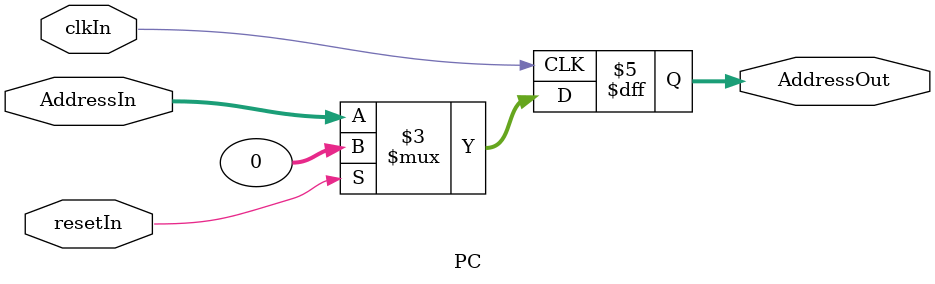
<source format=v>
module PC(
    input clkIn,
    input resetIn,
    input [31:0] AddressIn,
    output reg[31:0] AddressOut
    );
    always @(posedge clkIn) begin
        if(resetIn) begin
            AddressOut <= 0;
        end
        else begin
            AddressOut <= AddressIn;
        end
    end
endmodule
</source>
